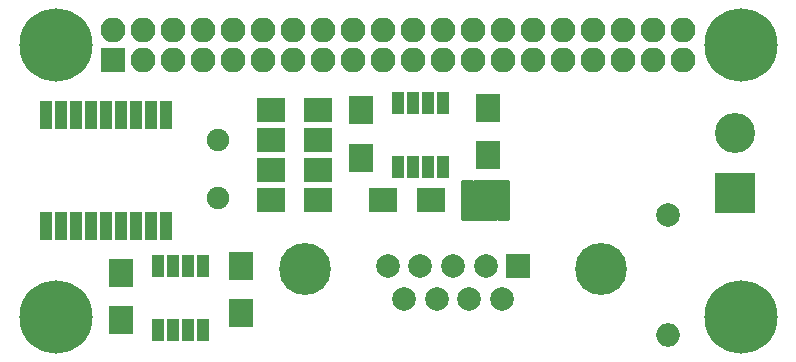
<source format=gbr>
G04 #@! TF.GenerationSoftware,KiCad,Pcbnew,5.0.0-fee4fd1~66~ubuntu18.04.1*
G04 #@! TF.CreationDate,2018-08-10T10:17:42+02:00*
G04 #@! TF.ProjectId,Can_pHat_5.0,43616E5F704861745F352E302E6B6963,rev?*
G04 #@! TF.SameCoordinates,Original*
G04 #@! TF.FileFunction,Soldermask,Top*
G04 #@! TF.FilePolarity,Negative*
%FSLAX46Y46*%
G04 Gerber Fmt 4.6, Leading zero omitted, Abs format (unit mm)*
G04 Created by KiCad (PCBNEW 5.0.0-fee4fd1~66~ubuntu18.04.1) date Fri Aug 10 10:17:42 2018*
%MOMM*%
%LPD*%
G01*
G04 APERTURE LIST*
%ADD10C,0.100000*%
%ADD11C,0.500000*%
%ADD12R,2.000000X2.000000*%
%ADD13C,2.000000*%
%ADD14C,4.400000*%
%ADD15R,1.000000X2.400000*%
%ADD16C,6.200000*%
%ADD17C,1.900000*%
%ADD18R,2.000000X2.400000*%
%ADD19R,2.400000X2.000000*%
%ADD20O,2.100000X2.100000*%
%ADD21R,2.100000X2.100000*%
%ADD22C,3.400000*%
%ADD23R,3.400000X3.400000*%
%ADD24R,2.400000X2.100000*%
%ADD25O,2.000000X2.000000*%
%ADD26R,2.100000X2.400000*%
%ADD27R,1.000000X1.950000*%
G04 APERTURE END LIST*
D10*
G04 #@! TO.C,JP1*
G36*
X58928000Y-32004000D02*
X54864000Y-32004000D01*
X54864000Y-35306000D01*
X58928000Y-35306000D01*
X58928000Y-32004000D01*
G37*
G04 #@! TD*
D11*
G04 #@! TO.C,JP1*
X55499000Y-33655000D03*
D10*
G36*
X54794843Y-32091982D02*
X54806224Y-32054463D01*
X54824706Y-32019886D01*
X54849579Y-31989579D01*
X54879886Y-31964706D01*
X54914463Y-31946224D01*
X54951982Y-31934843D01*
X54991000Y-31931000D01*
X55753000Y-31931000D01*
X55792018Y-31934843D01*
X55829537Y-31946224D01*
X55864114Y-31964706D01*
X55894421Y-31989579D01*
X55919294Y-32019886D01*
X55937776Y-32054463D01*
X55949157Y-32091982D01*
X55953000Y-32131000D01*
X55953000Y-34217000D01*
X56823000Y-34217000D01*
X56823000Y-33147000D01*
X56826843Y-33107982D01*
X56838224Y-33070463D01*
X56856706Y-33035886D01*
X56881579Y-33005579D01*
X56911886Y-32980706D01*
X56946463Y-32962224D01*
X56983982Y-32950843D01*
X57023000Y-32947000D01*
X57785000Y-32947000D01*
X57824018Y-32950843D01*
X57861537Y-32962224D01*
X57896114Y-32980706D01*
X57926421Y-33005579D01*
X57951294Y-33035886D01*
X57969776Y-33070463D01*
X57981157Y-33107982D01*
X57985000Y-33147000D01*
X57985000Y-35179000D01*
X57981157Y-35218018D01*
X57969776Y-35255537D01*
X57951294Y-35290114D01*
X57926421Y-35320421D01*
X57896114Y-35345294D01*
X57861537Y-35363776D01*
X57824018Y-35375157D01*
X57785000Y-35379000D01*
X54991000Y-35379000D01*
X54951982Y-35375157D01*
X54914463Y-35363776D01*
X54879886Y-35345294D01*
X54849579Y-35320421D01*
X54824706Y-35290114D01*
X54806224Y-35255537D01*
X54794843Y-35218018D01*
X54791000Y-35179000D01*
X54791000Y-32131000D01*
X54794843Y-32091982D01*
X54794843Y-32091982D01*
G37*
D11*
X58293000Y-33655000D03*
D10*
G36*
X55810843Y-32091982D02*
X55822224Y-32054463D01*
X55840706Y-32019886D01*
X55865579Y-31989579D01*
X55895886Y-31964706D01*
X55930463Y-31946224D01*
X55967982Y-31934843D01*
X56007000Y-31931000D01*
X58801000Y-31931000D01*
X58840018Y-31934843D01*
X58877537Y-31946224D01*
X58912114Y-31964706D01*
X58942421Y-31989579D01*
X58967294Y-32019886D01*
X58985776Y-32054463D01*
X58997157Y-32091982D01*
X59001000Y-32131000D01*
X59001000Y-35179000D01*
X58997157Y-35218018D01*
X58985776Y-35255537D01*
X58967294Y-35290114D01*
X58942421Y-35320421D01*
X58912114Y-35345294D01*
X58877537Y-35363776D01*
X58840018Y-35375157D01*
X58801000Y-35379000D01*
X58039000Y-35379000D01*
X57999982Y-35375157D01*
X57962463Y-35363776D01*
X57927886Y-35345294D01*
X57897579Y-35320421D01*
X57872706Y-35290114D01*
X57854224Y-35255537D01*
X57842843Y-35218018D01*
X57839000Y-35179000D01*
X57839000Y-33093000D01*
X56969000Y-33093000D01*
X56969000Y-34163000D01*
X56965157Y-34202018D01*
X56953776Y-34239537D01*
X56935294Y-34274114D01*
X56910421Y-34304421D01*
X56880114Y-34329294D01*
X56845537Y-34347776D01*
X56808018Y-34359157D01*
X56769000Y-34363000D01*
X56007000Y-34363000D01*
X55967982Y-34359157D01*
X55930463Y-34347776D01*
X55895886Y-34329294D01*
X55865579Y-34304421D01*
X55840706Y-34274114D01*
X55822224Y-34239537D01*
X55810843Y-34202018D01*
X55807000Y-34163000D01*
X55807000Y-32131000D01*
X55810843Y-32091982D01*
X55810843Y-32091982D01*
G37*
G04 #@! TD*
D12*
G04 #@! TO.C,J2*
X59690000Y-39197000D03*
D13*
X56920000Y-39197000D03*
X54150000Y-39197000D03*
X51380000Y-39197000D03*
X48610000Y-39197000D03*
X58305000Y-42037000D03*
X55535000Y-42037000D03*
X52765000Y-42037000D03*
X49995000Y-42037000D03*
D14*
X41650000Y-39497000D03*
X66650000Y-39497000D03*
G04 #@! TD*
D15*
G04 #@! TO.C,U2*
X19685000Y-26415000D03*
X20955000Y-26415000D03*
X22225000Y-26415000D03*
X23495000Y-26415000D03*
X24765000Y-26415000D03*
X26035000Y-26415000D03*
X27305000Y-26415000D03*
X28575000Y-26415000D03*
X29845000Y-26415000D03*
X29845000Y-35815000D03*
X28575000Y-35815000D03*
X27305000Y-35815000D03*
X26035000Y-35815000D03*
X24765000Y-35815000D03*
X23495000Y-35815000D03*
X22225000Y-35815000D03*
X20955000Y-35815000D03*
X19685000Y-35815000D03*
G04 #@! TD*
D16*
G04 #@! TO.C,REF\002A\002A*
X78500000Y-20500000D03*
G04 #@! TD*
G04 #@! TO.C,REF\002A\002A*
X78500000Y-43500000D03*
G04 #@! TD*
G04 #@! TO.C,REF\002A\002A*
X20500000Y-43500000D03*
G04 #@! TD*
G04 #@! TO.C,REF\002A\002A*
X20500000Y-20500000D03*
G04 #@! TD*
D17*
G04 #@! TO.C,Y1*
X34290000Y-28575000D03*
X34290000Y-33455000D03*
G04 #@! TD*
D18*
G04 #@! TO.C,C1*
X36195000Y-39180000D03*
X36195000Y-43180000D03*
G04 #@! TD*
G04 #@! TO.C,C2*
X26035000Y-39815000D03*
X26035000Y-43815000D03*
G04 #@! TD*
D19*
G04 #@! TO.C,C3*
X42735000Y-26035000D03*
X38735000Y-26035000D03*
G04 #@! TD*
G04 #@! TO.C,C4*
X38735000Y-28575000D03*
X42735000Y-28575000D03*
G04 #@! TD*
D18*
G04 #@! TO.C,C5*
X46355000Y-30035000D03*
X46355000Y-26035000D03*
G04 #@! TD*
D20*
G04 #@! TO.C,J1*
X73630000Y-19230000D03*
X73630000Y-21770000D03*
X71090000Y-19230000D03*
X71090000Y-21770000D03*
X68550000Y-19230000D03*
X68550000Y-21770000D03*
X66010000Y-19230000D03*
X66010000Y-21770000D03*
X63470000Y-19230000D03*
X63470000Y-21770000D03*
X60930000Y-19230000D03*
X60930000Y-21770000D03*
X58390000Y-19230000D03*
X58390000Y-21770000D03*
X55850000Y-19230000D03*
X55850000Y-21770000D03*
X53310000Y-19230000D03*
X53310000Y-21770000D03*
X50770000Y-19230000D03*
X50770000Y-21770000D03*
X48230000Y-19230000D03*
X48230000Y-21770000D03*
X45690000Y-19230000D03*
X45690000Y-21770000D03*
X43150000Y-19230000D03*
X43150000Y-21770000D03*
X40610000Y-19230000D03*
X40610000Y-21770000D03*
X38070000Y-19230000D03*
X38070000Y-21770000D03*
X35530000Y-19230000D03*
X35530000Y-21770000D03*
X32990000Y-19230000D03*
X32990000Y-21770000D03*
X30450000Y-19230000D03*
X30450000Y-21770000D03*
X27910000Y-19230000D03*
X27910000Y-21770000D03*
X25370000Y-19230000D03*
D21*
X25370000Y-21770000D03*
G04 #@! TD*
D22*
G04 #@! TO.C,J3*
X78000000Y-27920000D03*
D23*
X78000000Y-33000000D03*
G04 #@! TD*
D24*
G04 #@! TO.C,R1*
X42735000Y-31115000D03*
X38735000Y-31115000D03*
G04 #@! TD*
D25*
G04 #@! TO.C,R2*
X72390000Y-45085000D03*
D13*
X72390000Y-34925000D03*
G04 #@! TD*
D26*
G04 #@! TO.C,R3*
X57150000Y-25845000D03*
X57150000Y-29845000D03*
G04 #@! TD*
D24*
G04 #@! TO.C,R4*
X42735000Y-33655000D03*
X38735000Y-33655000D03*
G04 #@! TD*
G04 #@! TO.C,R5*
X48260000Y-33655000D03*
X52260000Y-33655000D03*
G04 #@! TD*
D27*
G04 #@! TO.C,U3*
X33020000Y-39210000D03*
X31750000Y-39210000D03*
X30480000Y-39210000D03*
X29210000Y-39210000D03*
X29210000Y-44610000D03*
X30480000Y-44610000D03*
X31750000Y-44610000D03*
X33020000Y-44610000D03*
G04 #@! TD*
G04 #@! TO.C,U4*
X49530000Y-25400000D03*
X50800000Y-25400000D03*
X52070000Y-25400000D03*
X53340000Y-25400000D03*
X53340000Y-30800000D03*
X52070000Y-30800000D03*
X50800000Y-30800000D03*
X49530000Y-30800000D03*
G04 #@! TD*
M02*

</source>
